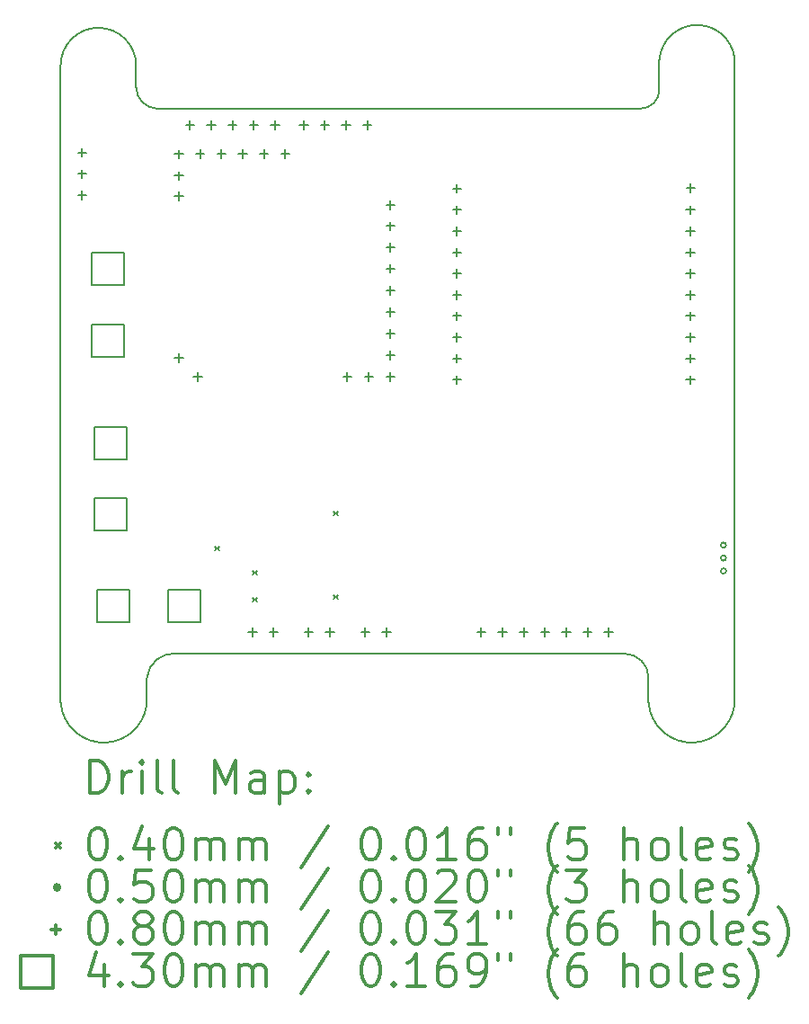
<source format=gbr>
%FSLAX45Y45*%
G04 Gerber Fmt 4.5, Leading zero omitted, Abs format (unit mm)*
G04 Created by KiCad (PCBNEW 5.0.0-rc3-unknown-3e22e5c~65~ubuntu16.04.1) date Thu Jul 12 16:40:39 2018*
%MOMM*%
%LPD*%
G01*
G04 APERTURE LIST*
%ADD10C,0.150000*%
%ADD11C,0.200000*%
%ADD12C,0.300000*%
G04 APERTURE END LIST*
D10*
X16179800Y-13030200D02*
G75*
G03X16560800Y-12598400I-25400J406400D01*
G01*
X15748000Y-12420600D02*
X15748000Y-12649200D01*
X15748000Y-12420600D02*
G75*
G03X15519400Y-12192000I-228600J0D01*
G01*
X16560800Y-12598400D02*
X16560800Y-12192000D01*
X15748000Y-12649200D02*
G75*
G03X16179800Y-13030200I406400J25400D01*
G01*
X11303000Y-12192000D02*
X15519400Y-12192000D01*
X11125200Y-7061200D02*
X15671800Y-7061200D01*
X11023600Y-12420600D02*
X11023600Y-12598400D01*
X11303000Y-12192000D02*
G75*
G03X11023600Y-12420600I-25400J-254000D01*
G01*
X15849600Y-6604000D02*
X15849600Y-6883400D01*
X15671800Y-7061200D02*
G75*
G03X15849600Y-6883400I0J177800D01*
G01*
X10922000Y-6654800D02*
X10922000Y-6858000D01*
X10922000Y-6858000D02*
G75*
G03X11125200Y-7061200I203200J0D01*
G01*
X10210800Y-12192000D02*
X10210800Y-12649200D01*
X10210800Y-12649200D02*
G75*
G03X10642600Y-13030200I406400J25400D01*
G01*
X10642600Y-13030200D02*
G75*
G03X11023600Y-12598400I-25400J406400D01*
G01*
X16560800Y-6654800D02*
X16560800Y-7061200D01*
X16230600Y-6273800D02*
G75*
G03X15849600Y-6604000I-25400J-355600D01*
G01*
X16560800Y-6654800D02*
G75*
G03X16230600Y-6273800I-355600J25400D01*
G01*
X10210800Y-6654800D02*
X10210800Y-7061200D01*
X10922000Y-6654800D02*
G75*
G03X10566400Y-6299200I-355600J0D01*
G01*
X10566400Y-6299200D02*
G75*
G03X10210800Y-6654800I0J-355600D01*
G01*
X10210800Y-7061200D02*
X10210800Y-12192000D01*
X16560800Y-12192000D02*
X16560800Y-7061200D01*
D11*
X11664000Y-11181400D02*
X11704000Y-11221400D01*
X11704000Y-11181400D02*
X11664000Y-11221400D01*
X12019600Y-11410000D02*
X12059600Y-11450000D01*
X12059600Y-11410000D02*
X12019600Y-11450000D01*
X12019600Y-11664000D02*
X12059600Y-11704000D01*
X12059600Y-11664000D02*
X12019600Y-11704000D01*
X12781600Y-10851200D02*
X12821600Y-10891200D01*
X12821600Y-10851200D02*
X12781600Y-10891200D01*
X12781600Y-11638600D02*
X12821600Y-11678600D01*
X12821600Y-11638600D02*
X12781600Y-11678600D01*
X16479120Y-11171240D02*
G75*
G03X16479120Y-11171240I-25000J0D01*
G01*
X16479120Y-11292840D02*
G75*
G03X16479120Y-11292840I-25000J0D01*
G01*
X16479120Y-11414440D02*
G75*
G03X16479120Y-11414440I-25000J0D01*
G01*
X13081000Y-11948800D02*
X13081000Y-12028800D01*
X13041000Y-11988800D02*
X13121000Y-11988800D01*
X13281000Y-11948800D02*
X13281000Y-12028800D01*
X13241000Y-11988800D02*
X13321000Y-11988800D01*
X12500000Y-7173600D02*
X12500000Y-7253600D01*
X12460000Y-7213600D02*
X12540000Y-7213600D01*
X12700000Y-7173600D02*
X12700000Y-7253600D01*
X12660000Y-7213600D02*
X12740000Y-7213600D01*
X12900000Y-7173600D02*
X12900000Y-7253600D01*
X12860000Y-7213600D02*
X12940000Y-7213600D01*
X13100000Y-7173600D02*
X13100000Y-7253600D01*
X13060000Y-7213600D02*
X13140000Y-7213600D01*
X11430000Y-7173600D02*
X11430000Y-7253600D01*
X11390000Y-7213600D02*
X11470000Y-7213600D01*
X11630000Y-7173600D02*
X11630000Y-7253600D01*
X11590000Y-7213600D02*
X11670000Y-7213600D01*
X11830000Y-7173600D02*
X11830000Y-7253600D01*
X11790000Y-7213600D02*
X11870000Y-7213600D01*
X12030000Y-7173600D02*
X12030000Y-7253600D01*
X11990000Y-7213600D02*
X12070000Y-7213600D01*
X12230000Y-7173600D02*
X12230000Y-7253600D01*
X12190000Y-7213600D02*
X12270000Y-7213600D01*
X13943000Y-7973100D02*
X13943000Y-8053100D01*
X13903000Y-8013100D02*
X13983000Y-8013100D01*
X13943000Y-8173100D02*
X13943000Y-8253100D01*
X13903000Y-8213100D02*
X13983000Y-8213100D01*
X13943000Y-8373100D02*
X13943000Y-8453100D01*
X13903000Y-8413100D02*
X13983000Y-8413100D01*
X13943000Y-8573100D02*
X13943000Y-8653100D01*
X13903000Y-8613100D02*
X13983000Y-8613100D01*
X13943000Y-8773100D02*
X13943000Y-8853100D01*
X13903000Y-8813100D02*
X13983000Y-8813100D01*
X13943000Y-8973100D02*
X13943000Y-9053100D01*
X13903000Y-9013100D02*
X13983000Y-9013100D01*
X13943000Y-9173100D02*
X13943000Y-9253100D01*
X13903000Y-9213100D02*
X13983000Y-9213100D01*
X13943000Y-9373100D02*
X13943000Y-9453100D01*
X13903000Y-9413100D02*
X13983000Y-9413100D01*
X13943000Y-9573100D02*
X13943000Y-9653100D01*
X13903000Y-9613100D02*
X13983000Y-9613100D01*
X13944600Y-7773040D02*
X13944600Y-7853040D01*
X13904600Y-7813040D02*
X13984600Y-7813040D01*
X16143000Y-7973100D02*
X16143000Y-8053100D01*
X16103000Y-8013100D02*
X16183000Y-8013100D01*
X16143000Y-8173100D02*
X16143000Y-8253100D01*
X16103000Y-8213100D02*
X16183000Y-8213100D01*
X16143000Y-8373100D02*
X16143000Y-8453100D01*
X16103000Y-8413100D02*
X16183000Y-8413100D01*
X16143000Y-8573100D02*
X16143000Y-8653100D01*
X16103000Y-8613100D02*
X16183000Y-8613100D01*
X16143000Y-8773100D02*
X16143000Y-8853100D01*
X16103000Y-8813100D02*
X16183000Y-8813100D01*
X16143000Y-8973100D02*
X16143000Y-9053100D01*
X16103000Y-9013100D02*
X16183000Y-9013100D01*
X16143000Y-9173100D02*
X16143000Y-9253100D01*
X16103000Y-9213100D02*
X16183000Y-9213100D01*
X16143000Y-9373100D02*
X16143000Y-9453100D01*
X16103000Y-9413100D02*
X16183000Y-9413100D01*
X16143000Y-9573100D02*
X16143000Y-9653100D01*
X16103000Y-9613100D02*
X16183000Y-9613100D01*
X16144240Y-7767960D02*
X16144240Y-7847960D01*
X16104240Y-7807960D02*
X16184240Y-7807960D01*
X11323320Y-7447920D02*
X11323320Y-7527920D01*
X11283320Y-7487920D02*
X11363320Y-7487920D01*
X11323320Y-7651120D02*
X11323320Y-7731120D01*
X11283320Y-7691120D02*
X11363320Y-7691120D01*
X11323320Y-7841620D02*
X11323320Y-7921620D01*
X11283320Y-7881620D02*
X11363320Y-7881620D01*
X11323320Y-9365620D02*
X11323320Y-9445620D01*
X11283320Y-9405620D02*
X11363320Y-9405620D01*
X11501120Y-9543420D02*
X11501120Y-9623420D01*
X11461120Y-9583420D02*
X11541120Y-9583420D01*
X11525920Y-7446320D02*
X11525920Y-7526320D01*
X11485920Y-7486320D02*
X11565920Y-7486320D01*
X11725920Y-7446320D02*
X11725920Y-7526320D01*
X11685920Y-7486320D02*
X11765920Y-7486320D01*
X11925920Y-7446320D02*
X11925920Y-7526320D01*
X11885920Y-7486320D02*
X11965920Y-7486320D01*
X12125920Y-7446320D02*
X12125920Y-7526320D01*
X12085920Y-7486320D02*
X12165920Y-7486320D01*
X12325920Y-7446320D02*
X12325920Y-7526320D01*
X12285920Y-7486320D02*
X12365920Y-7486320D01*
X12910820Y-9543420D02*
X12910820Y-9623420D01*
X12870820Y-9583420D02*
X12950820Y-9583420D01*
X13114020Y-9543420D02*
X13114020Y-9623420D01*
X13074020Y-9583420D02*
X13154020Y-9583420D01*
X13317048Y-7926720D02*
X13317048Y-8006720D01*
X13277048Y-7966720D02*
X13357048Y-7966720D01*
X13317048Y-8126720D02*
X13317048Y-8206720D01*
X13277048Y-8166720D02*
X13357048Y-8166720D01*
X13317048Y-8326720D02*
X13317048Y-8406720D01*
X13277048Y-8366720D02*
X13357048Y-8366720D01*
X13317048Y-8526720D02*
X13317048Y-8606720D01*
X13277048Y-8566720D02*
X13357048Y-8566720D01*
X13317220Y-8730620D02*
X13317220Y-8810620D01*
X13277220Y-8770620D02*
X13357220Y-8770620D01*
X13317220Y-8933820D02*
X13317220Y-9013820D01*
X13277220Y-8973820D02*
X13357220Y-8973820D01*
X13317220Y-9137020D02*
X13317220Y-9217020D01*
X13277220Y-9177020D02*
X13357220Y-9177020D01*
X13317220Y-9340220D02*
X13317220Y-9420220D01*
X13277220Y-9380220D02*
X13357220Y-9380220D01*
X13317220Y-9543420D02*
X13317220Y-9623420D01*
X13277220Y-9583420D02*
X13357220Y-9583420D01*
X10414000Y-7434000D02*
X10414000Y-7514000D01*
X10374000Y-7474000D02*
X10454000Y-7474000D01*
X10414000Y-7634000D02*
X10414000Y-7714000D01*
X10374000Y-7674000D02*
X10454000Y-7674000D01*
X10414000Y-7834000D02*
X10414000Y-7914000D01*
X10374000Y-7874000D02*
X10454000Y-7874000D01*
X12017400Y-11948800D02*
X12017400Y-12028800D01*
X11977400Y-11988800D02*
X12057400Y-11988800D01*
X12217400Y-11948800D02*
X12217400Y-12028800D01*
X12177400Y-11988800D02*
X12257400Y-11988800D01*
X12547600Y-11948800D02*
X12547600Y-12028800D01*
X12507600Y-11988800D02*
X12587600Y-11988800D01*
X12747600Y-11948800D02*
X12747600Y-12028800D01*
X12707600Y-11988800D02*
X12787600Y-11988800D01*
X14173200Y-11948800D02*
X14173200Y-12028800D01*
X14133200Y-11988800D02*
X14213200Y-11988800D01*
X14373200Y-11948800D02*
X14373200Y-12028800D01*
X14333200Y-11988800D02*
X14413200Y-11988800D01*
X14573200Y-11948800D02*
X14573200Y-12028800D01*
X14533200Y-11988800D02*
X14613200Y-11988800D01*
X14773200Y-11948800D02*
X14773200Y-12028800D01*
X14733200Y-11988800D02*
X14813200Y-11988800D01*
X14973200Y-11948800D02*
X14973200Y-12028800D01*
X14933200Y-11988800D02*
X15013200Y-11988800D01*
X15173200Y-11948800D02*
X15173200Y-12028800D01*
X15133200Y-11988800D02*
X15213200Y-11988800D01*
X15373200Y-11948800D02*
X15373200Y-12028800D01*
X15333200Y-11988800D02*
X15413200Y-11988800D01*
X10807329Y-8724529D02*
X10807329Y-8420471D01*
X10503271Y-8420471D01*
X10503271Y-8724529D01*
X10807329Y-8724529D01*
X10807329Y-9397629D02*
X10807329Y-9093571D01*
X10503271Y-9093571D01*
X10503271Y-9397629D01*
X10807329Y-9397629D01*
X10832729Y-10362829D02*
X10832729Y-10058771D01*
X10528671Y-10058771D01*
X10528671Y-10362829D01*
X10832729Y-10362829D01*
X10832729Y-11035929D02*
X10832729Y-10731871D01*
X10528671Y-10731871D01*
X10528671Y-11035929D01*
X10832729Y-11035929D01*
X10858129Y-11899529D02*
X10858129Y-11595471D01*
X10554071Y-11595471D01*
X10554071Y-11899529D01*
X10858129Y-11899529D01*
X11531229Y-11899529D02*
X11531229Y-11595471D01*
X11227171Y-11595471D01*
X11227171Y-11899529D01*
X11531229Y-11899529D01*
D12*
X10489728Y-13504207D02*
X10489728Y-13204207D01*
X10561157Y-13204207D01*
X10604014Y-13218493D01*
X10632586Y-13247064D01*
X10646871Y-13275636D01*
X10661157Y-13332779D01*
X10661157Y-13375636D01*
X10646871Y-13432779D01*
X10632586Y-13461350D01*
X10604014Y-13489922D01*
X10561157Y-13504207D01*
X10489728Y-13504207D01*
X10789728Y-13504207D02*
X10789728Y-13304207D01*
X10789728Y-13361350D02*
X10804014Y-13332779D01*
X10818300Y-13318493D01*
X10846871Y-13304207D01*
X10875443Y-13304207D01*
X10975443Y-13504207D02*
X10975443Y-13304207D01*
X10975443Y-13204207D02*
X10961157Y-13218493D01*
X10975443Y-13232779D01*
X10989728Y-13218493D01*
X10975443Y-13204207D01*
X10975443Y-13232779D01*
X11161157Y-13504207D02*
X11132586Y-13489922D01*
X11118300Y-13461350D01*
X11118300Y-13204207D01*
X11318300Y-13504207D02*
X11289728Y-13489922D01*
X11275443Y-13461350D01*
X11275443Y-13204207D01*
X11661157Y-13504207D02*
X11661157Y-13204207D01*
X11761157Y-13418493D01*
X11861157Y-13204207D01*
X11861157Y-13504207D01*
X12132586Y-13504207D02*
X12132586Y-13347064D01*
X12118300Y-13318493D01*
X12089728Y-13304207D01*
X12032586Y-13304207D01*
X12004014Y-13318493D01*
X12132586Y-13489922D02*
X12104014Y-13504207D01*
X12032586Y-13504207D01*
X12004014Y-13489922D01*
X11989728Y-13461350D01*
X11989728Y-13432779D01*
X12004014Y-13404207D01*
X12032586Y-13389922D01*
X12104014Y-13389922D01*
X12132586Y-13375636D01*
X12275443Y-13304207D02*
X12275443Y-13604207D01*
X12275443Y-13318493D02*
X12304014Y-13304207D01*
X12361157Y-13304207D01*
X12389728Y-13318493D01*
X12404014Y-13332779D01*
X12418300Y-13361350D01*
X12418300Y-13447064D01*
X12404014Y-13475636D01*
X12389728Y-13489922D01*
X12361157Y-13504207D01*
X12304014Y-13504207D01*
X12275443Y-13489922D01*
X12546871Y-13475636D02*
X12561157Y-13489922D01*
X12546871Y-13504207D01*
X12532586Y-13489922D01*
X12546871Y-13475636D01*
X12546871Y-13504207D01*
X12546871Y-13318493D02*
X12561157Y-13332779D01*
X12546871Y-13347064D01*
X12532586Y-13332779D01*
X12546871Y-13318493D01*
X12546871Y-13347064D01*
X10163300Y-13978493D02*
X10203300Y-14018493D01*
X10203300Y-13978493D02*
X10163300Y-14018493D01*
X10546871Y-13834207D02*
X10575443Y-13834207D01*
X10604014Y-13848493D01*
X10618300Y-13862779D01*
X10632586Y-13891350D01*
X10646871Y-13948493D01*
X10646871Y-14019922D01*
X10632586Y-14077064D01*
X10618300Y-14105636D01*
X10604014Y-14119922D01*
X10575443Y-14134207D01*
X10546871Y-14134207D01*
X10518300Y-14119922D01*
X10504014Y-14105636D01*
X10489728Y-14077064D01*
X10475443Y-14019922D01*
X10475443Y-13948493D01*
X10489728Y-13891350D01*
X10504014Y-13862779D01*
X10518300Y-13848493D01*
X10546871Y-13834207D01*
X10775443Y-14105636D02*
X10789728Y-14119922D01*
X10775443Y-14134207D01*
X10761157Y-14119922D01*
X10775443Y-14105636D01*
X10775443Y-14134207D01*
X11046871Y-13934207D02*
X11046871Y-14134207D01*
X10975443Y-13819922D02*
X10904014Y-14034207D01*
X11089728Y-14034207D01*
X11261157Y-13834207D02*
X11289728Y-13834207D01*
X11318300Y-13848493D01*
X11332586Y-13862779D01*
X11346871Y-13891350D01*
X11361157Y-13948493D01*
X11361157Y-14019922D01*
X11346871Y-14077064D01*
X11332586Y-14105636D01*
X11318300Y-14119922D01*
X11289728Y-14134207D01*
X11261157Y-14134207D01*
X11232586Y-14119922D01*
X11218300Y-14105636D01*
X11204014Y-14077064D01*
X11189728Y-14019922D01*
X11189728Y-13948493D01*
X11204014Y-13891350D01*
X11218300Y-13862779D01*
X11232586Y-13848493D01*
X11261157Y-13834207D01*
X11489728Y-14134207D02*
X11489728Y-13934207D01*
X11489728Y-13962779D02*
X11504014Y-13948493D01*
X11532586Y-13934207D01*
X11575443Y-13934207D01*
X11604014Y-13948493D01*
X11618300Y-13977064D01*
X11618300Y-14134207D01*
X11618300Y-13977064D02*
X11632586Y-13948493D01*
X11661157Y-13934207D01*
X11704014Y-13934207D01*
X11732586Y-13948493D01*
X11746871Y-13977064D01*
X11746871Y-14134207D01*
X11889728Y-14134207D02*
X11889728Y-13934207D01*
X11889728Y-13962779D02*
X11904014Y-13948493D01*
X11932586Y-13934207D01*
X11975443Y-13934207D01*
X12004014Y-13948493D01*
X12018300Y-13977064D01*
X12018300Y-14134207D01*
X12018300Y-13977064D02*
X12032586Y-13948493D01*
X12061157Y-13934207D01*
X12104014Y-13934207D01*
X12132586Y-13948493D01*
X12146871Y-13977064D01*
X12146871Y-14134207D01*
X12732586Y-13819922D02*
X12475443Y-14205636D01*
X13118300Y-13834207D02*
X13146871Y-13834207D01*
X13175443Y-13848493D01*
X13189728Y-13862779D01*
X13204014Y-13891350D01*
X13218300Y-13948493D01*
X13218300Y-14019922D01*
X13204014Y-14077064D01*
X13189728Y-14105636D01*
X13175443Y-14119922D01*
X13146871Y-14134207D01*
X13118300Y-14134207D01*
X13089728Y-14119922D01*
X13075443Y-14105636D01*
X13061157Y-14077064D01*
X13046871Y-14019922D01*
X13046871Y-13948493D01*
X13061157Y-13891350D01*
X13075443Y-13862779D01*
X13089728Y-13848493D01*
X13118300Y-13834207D01*
X13346871Y-14105636D02*
X13361157Y-14119922D01*
X13346871Y-14134207D01*
X13332586Y-14119922D01*
X13346871Y-14105636D01*
X13346871Y-14134207D01*
X13546871Y-13834207D02*
X13575443Y-13834207D01*
X13604014Y-13848493D01*
X13618300Y-13862779D01*
X13632586Y-13891350D01*
X13646871Y-13948493D01*
X13646871Y-14019922D01*
X13632586Y-14077064D01*
X13618300Y-14105636D01*
X13604014Y-14119922D01*
X13575443Y-14134207D01*
X13546871Y-14134207D01*
X13518300Y-14119922D01*
X13504014Y-14105636D01*
X13489728Y-14077064D01*
X13475443Y-14019922D01*
X13475443Y-13948493D01*
X13489728Y-13891350D01*
X13504014Y-13862779D01*
X13518300Y-13848493D01*
X13546871Y-13834207D01*
X13932586Y-14134207D02*
X13761157Y-14134207D01*
X13846871Y-14134207D02*
X13846871Y-13834207D01*
X13818300Y-13877064D01*
X13789728Y-13905636D01*
X13761157Y-13919922D01*
X14189728Y-13834207D02*
X14132586Y-13834207D01*
X14104014Y-13848493D01*
X14089728Y-13862779D01*
X14061157Y-13905636D01*
X14046871Y-13962779D01*
X14046871Y-14077064D01*
X14061157Y-14105636D01*
X14075443Y-14119922D01*
X14104014Y-14134207D01*
X14161157Y-14134207D01*
X14189728Y-14119922D01*
X14204014Y-14105636D01*
X14218300Y-14077064D01*
X14218300Y-14005636D01*
X14204014Y-13977064D01*
X14189728Y-13962779D01*
X14161157Y-13948493D01*
X14104014Y-13948493D01*
X14075443Y-13962779D01*
X14061157Y-13977064D01*
X14046871Y-14005636D01*
X14332586Y-13834207D02*
X14332586Y-13891350D01*
X14446871Y-13834207D02*
X14446871Y-13891350D01*
X14889728Y-14248493D02*
X14875443Y-14234207D01*
X14846871Y-14191350D01*
X14832586Y-14162779D01*
X14818300Y-14119922D01*
X14804014Y-14048493D01*
X14804014Y-13991350D01*
X14818300Y-13919922D01*
X14832586Y-13877064D01*
X14846871Y-13848493D01*
X14875443Y-13805636D01*
X14889728Y-13791350D01*
X15146871Y-13834207D02*
X15004014Y-13834207D01*
X14989728Y-13977064D01*
X15004014Y-13962779D01*
X15032586Y-13948493D01*
X15104014Y-13948493D01*
X15132586Y-13962779D01*
X15146871Y-13977064D01*
X15161157Y-14005636D01*
X15161157Y-14077064D01*
X15146871Y-14105636D01*
X15132586Y-14119922D01*
X15104014Y-14134207D01*
X15032586Y-14134207D01*
X15004014Y-14119922D01*
X14989728Y-14105636D01*
X15518300Y-14134207D02*
X15518300Y-13834207D01*
X15646871Y-14134207D02*
X15646871Y-13977064D01*
X15632586Y-13948493D01*
X15604014Y-13934207D01*
X15561157Y-13934207D01*
X15532586Y-13948493D01*
X15518300Y-13962779D01*
X15832586Y-14134207D02*
X15804014Y-14119922D01*
X15789728Y-14105636D01*
X15775443Y-14077064D01*
X15775443Y-13991350D01*
X15789728Y-13962779D01*
X15804014Y-13948493D01*
X15832586Y-13934207D01*
X15875443Y-13934207D01*
X15904014Y-13948493D01*
X15918300Y-13962779D01*
X15932586Y-13991350D01*
X15932586Y-14077064D01*
X15918300Y-14105636D01*
X15904014Y-14119922D01*
X15875443Y-14134207D01*
X15832586Y-14134207D01*
X16104014Y-14134207D02*
X16075443Y-14119922D01*
X16061157Y-14091350D01*
X16061157Y-13834207D01*
X16332586Y-14119922D02*
X16304014Y-14134207D01*
X16246871Y-14134207D01*
X16218300Y-14119922D01*
X16204014Y-14091350D01*
X16204014Y-13977064D01*
X16218300Y-13948493D01*
X16246871Y-13934207D01*
X16304014Y-13934207D01*
X16332586Y-13948493D01*
X16346871Y-13977064D01*
X16346871Y-14005636D01*
X16204014Y-14034207D01*
X16461157Y-14119922D02*
X16489728Y-14134207D01*
X16546871Y-14134207D01*
X16575443Y-14119922D01*
X16589728Y-14091350D01*
X16589728Y-14077064D01*
X16575443Y-14048493D01*
X16546871Y-14034207D01*
X16504014Y-14034207D01*
X16475443Y-14019922D01*
X16461157Y-13991350D01*
X16461157Y-13977064D01*
X16475443Y-13948493D01*
X16504014Y-13934207D01*
X16546871Y-13934207D01*
X16575443Y-13948493D01*
X16689728Y-14248493D02*
X16704014Y-14234207D01*
X16732586Y-14191350D01*
X16746871Y-14162779D01*
X16761157Y-14119922D01*
X16775443Y-14048493D01*
X16775443Y-13991350D01*
X16761157Y-13919922D01*
X16746871Y-13877064D01*
X16732586Y-13848493D01*
X16704014Y-13805636D01*
X16689728Y-13791350D01*
X10203300Y-14394493D02*
G75*
G03X10203300Y-14394493I-25000J0D01*
G01*
X10546871Y-14230207D02*
X10575443Y-14230207D01*
X10604014Y-14244493D01*
X10618300Y-14258779D01*
X10632586Y-14287350D01*
X10646871Y-14344493D01*
X10646871Y-14415922D01*
X10632586Y-14473064D01*
X10618300Y-14501636D01*
X10604014Y-14515922D01*
X10575443Y-14530207D01*
X10546871Y-14530207D01*
X10518300Y-14515922D01*
X10504014Y-14501636D01*
X10489728Y-14473064D01*
X10475443Y-14415922D01*
X10475443Y-14344493D01*
X10489728Y-14287350D01*
X10504014Y-14258779D01*
X10518300Y-14244493D01*
X10546871Y-14230207D01*
X10775443Y-14501636D02*
X10789728Y-14515922D01*
X10775443Y-14530207D01*
X10761157Y-14515922D01*
X10775443Y-14501636D01*
X10775443Y-14530207D01*
X11061157Y-14230207D02*
X10918300Y-14230207D01*
X10904014Y-14373064D01*
X10918300Y-14358779D01*
X10946871Y-14344493D01*
X11018300Y-14344493D01*
X11046871Y-14358779D01*
X11061157Y-14373064D01*
X11075443Y-14401636D01*
X11075443Y-14473064D01*
X11061157Y-14501636D01*
X11046871Y-14515922D01*
X11018300Y-14530207D01*
X10946871Y-14530207D01*
X10918300Y-14515922D01*
X10904014Y-14501636D01*
X11261157Y-14230207D02*
X11289728Y-14230207D01*
X11318300Y-14244493D01*
X11332586Y-14258779D01*
X11346871Y-14287350D01*
X11361157Y-14344493D01*
X11361157Y-14415922D01*
X11346871Y-14473064D01*
X11332586Y-14501636D01*
X11318300Y-14515922D01*
X11289728Y-14530207D01*
X11261157Y-14530207D01*
X11232586Y-14515922D01*
X11218300Y-14501636D01*
X11204014Y-14473064D01*
X11189728Y-14415922D01*
X11189728Y-14344493D01*
X11204014Y-14287350D01*
X11218300Y-14258779D01*
X11232586Y-14244493D01*
X11261157Y-14230207D01*
X11489728Y-14530207D02*
X11489728Y-14330207D01*
X11489728Y-14358779D02*
X11504014Y-14344493D01*
X11532586Y-14330207D01*
X11575443Y-14330207D01*
X11604014Y-14344493D01*
X11618300Y-14373064D01*
X11618300Y-14530207D01*
X11618300Y-14373064D02*
X11632586Y-14344493D01*
X11661157Y-14330207D01*
X11704014Y-14330207D01*
X11732586Y-14344493D01*
X11746871Y-14373064D01*
X11746871Y-14530207D01*
X11889728Y-14530207D02*
X11889728Y-14330207D01*
X11889728Y-14358779D02*
X11904014Y-14344493D01*
X11932586Y-14330207D01*
X11975443Y-14330207D01*
X12004014Y-14344493D01*
X12018300Y-14373064D01*
X12018300Y-14530207D01*
X12018300Y-14373064D02*
X12032586Y-14344493D01*
X12061157Y-14330207D01*
X12104014Y-14330207D01*
X12132586Y-14344493D01*
X12146871Y-14373064D01*
X12146871Y-14530207D01*
X12732586Y-14215922D02*
X12475443Y-14601636D01*
X13118300Y-14230207D02*
X13146871Y-14230207D01*
X13175443Y-14244493D01*
X13189728Y-14258779D01*
X13204014Y-14287350D01*
X13218300Y-14344493D01*
X13218300Y-14415922D01*
X13204014Y-14473064D01*
X13189728Y-14501636D01*
X13175443Y-14515922D01*
X13146871Y-14530207D01*
X13118300Y-14530207D01*
X13089728Y-14515922D01*
X13075443Y-14501636D01*
X13061157Y-14473064D01*
X13046871Y-14415922D01*
X13046871Y-14344493D01*
X13061157Y-14287350D01*
X13075443Y-14258779D01*
X13089728Y-14244493D01*
X13118300Y-14230207D01*
X13346871Y-14501636D02*
X13361157Y-14515922D01*
X13346871Y-14530207D01*
X13332586Y-14515922D01*
X13346871Y-14501636D01*
X13346871Y-14530207D01*
X13546871Y-14230207D02*
X13575443Y-14230207D01*
X13604014Y-14244493D01*
X13618300Y-14258779D01*
X13632586Y-14287350D01*
X13646871Y-14344493D01*
X13646871Y-14415922D01*
X13632586Y-14473064D01*
X13618300Y-14501636D01*
X13604014Y-14515922D01*
X13575443Y-14530207D01*
X13546871Y-14530207D01*
X13518300Y-14515922D01*
X13504014Y-14501636D01*
X13489728Y-14473064D01*
X13475443Y-14415922D01*
X13475443Y-14344493D01*
X13489728Y-14287350D01*
X13504014Y-14258779D01*
X13518300Y-14244493D01*
X13546871Y-14230207D01*
X13761157Y-14258779D02*
X13775443Y-14244493D01*
X13804014Y-14230207D01*
X13875443Y-14230207D01*
X13904014Y-14244493D01*
X13918300Y-14258779D01*
X13932586Y-14287350D01*
X13932586Y-14315922D01*
X13918300Y-14358779D01*
X13746871Y-14530207D01*
X13932586Y-14530207D01*
X14118300Y-14230207D02*
X14146871Y-14230207D01*
X14175443Y-14244493D01*
X14189728Y-14258779D01*
X14204014Y-14287350D01*
X14218300Y-14344493D01*
X14218300Y-14415922D01*
X14204014Y-14473064D01*
X14189728Y-14501636D01*
X14175443Y-14515922D01*
X14146871Y-14530207D01*
X14118300Y-14530207D01*
X14089728Y-14515922D01*
X14075443Y-14501636D01*
X14061157Y-14473064D01*
X14046871Y-14415922D01*
X14046871Y-14344493D01*
X14061157Y-14287350D01*
X14075443Y-14258779D01*
X14089728Y-14244493D01*
X14118300Y-14230207D01*
X14332586Y-14230207D02*
X14332586Y-14287350D01*
X14446871Y-14230207D02*
X14446871Y-14287350D01*
X14889728Y-14644493D02*
X14875443Y-14630207D01*
X14846871Y-14587350D01*
X14832586Y-14558779D01*
X14818300Y-14515922D01*
X14804014Y-14444493D01*
X14804014Y-14387350D01*
X14818300Y-14315922D01*
X14832586Y-14273064D01*
X14846871Y-14244493D01*
X14875443Y-14201636D01*
X14889728Y-14187350D01*
X14975443Y-14230207D02*
X15161157Y-14230207D01*
X15061157Y-14344493D01*
X15104014Y-14344493D01*
X15132586Y-14358779D01*
X15146871Y-14373064D01*
X15161157Y-14401636D01*
X15161157Y-14473064D01*
X15146871Y-14501636D01*
X15132586Y-14515922D01*
X15104014Y-14530207D01*
X15018300Y-14530207D01*
X14989728Y-14515922D01*
X14975443Y-14501636D01*
X15518300Y-14530207D02*
X15518300Y-14230207D01*
X15646871Y-14530207D02*
X15646871Y-14373064D01*
X15632586Y-14344493D01*
X15604014Y-14330207D01*
X15561157Y-14330207D01*
X15532586Y-14344493D01*
X15518300Y-14358779D01*
X15832586Y-14530207D02*
X15804014Y-14515922D01*
X15789728Y-14501636D01*
X15775443Y-14473064D01*
X15775443Y-14387350D01*
X15789728Y-14358779D01*
X15804014Y-14344493D01*
X15832586Y-14330207D01*
X15875443Y-14330207D01*
X15904014Y-14344493D01*
X15918300Y-14358779D01*
X15932586Y-14387350D01*
X15932586Y-14473064D01*
X15918300Y-14501636D01*
X15904014Y-14515922D01*
X15875443Y-14530207D01*
X15832586Y-14530207D01*
X16104014Y-14530207D02*
X16075443Y-14515922D01*
X16061157Y-14487350D01*
X16061157Y-14230207D01*
X16332586Y-14515922D02*
X16304014Y-14530207D01*
X16246871Y-14530207D01*
X16218300Y-14515922D01*
X16204014Y-14487350D01*
X16204014Y-14373064D01*
X16218300Y-14344493D01*
X16246871Y-14330207D01*
X16304014Y-14330207D01*
X16332586Y-14344493D01*
X16346871Y-14373064D01*
X16346871Y-14401636D01*
X16204014Y-14430207D01*
X16461157Y-14515922D02*
X16489728Y-14530207D01*
X16546871Y-14530207D01*
X16575443Y-14515922D01*
X16589728Y-14487350D01*
X16589728Y-14473064D01*
X16575443Y-14444493D01*
X16546871Y-14430207D01*
X16504014Y-14430207D01*
X16475443Y-14415922D01*
X16461157Y-14387350D01*
X16461157Y-14373064D01*
X16475443Y-14344493D01*
X16504014Y-14330207D01*
X16546871Y-14330207D01*
X16575443Y-14344493D01*
X16689728Y-14644493D02*
X16704014Y-14630207D01*
X16732586Y-14587350D01*
X16746871Y-14558779D01*
X16761157Y-14515922D01*
X16775443Y-14444493D01*
X16775443Y-14387350D01*
X16761157Y-14315922D01*
X16746871Y-14273064D01*
X16732586Y-14244493D01*
X16704014Y-14201636D01*
X16689728Y-14187350D01*
X10163300Y-14750493D02*
X10163300Y-14830493D01*
X10123300Y-14790493D02*
X10203300Y-14790493D01*
X10546871Y-14626207D02*
X10575443Y-14626207D01*
X10604014Y-14640493D01*
X10618300Y-14654779D01*
X10632586Y-14683350D01*
X10646871Y-14740493D01*
X10646871Y-14811922D01*
X10632586Y-14869064D01*
X10618300Y-14897636D01*
X10604014Y-14911922D01*
X10575443Y-14926207D01*
X10546871Y-14926207D01*
X10518300Y-14911922D01*
X10504014Y-14897636D01*
X10489728Y-14869064D01*
X10475443Y-14811922D01*
X10475443Y-14740493D01*
X10489728Y-14683350D01*
X10504014Y-14654779D01*
X10518300Y-14640493D01*
X10546871Y-14626207D01*
X10775443Y-14897636D02*
X10789728Y-14911922D01*
X10775443Y-14926207D01*
X10761157Y-14911922D01*
X10775443Y-14897636D01*
X10775443Y-14926207D01*
X10961157Y-14754779D02*
X10932586Y-14740493D01*
X10918300Y-14726207D01*
X10904014Y-14697636D01*
X10904014Y-14683350D01*
X10918300Y-14654779D01*
X10932586Y-14640493D01*
X10961157Y-14626207D01*
X11018300Y-14626207D01*
X11046871Y-14640493D01*
X11061157Y-14654779D01*
X11075443Y-14683350D01*
X11075443Y-14697636D01*
X11061157Y-14726207D01*
X11046871Y-14740493D01*
X11018300Y-14754779D01*
X10961157Y-14754779D01*
X10932586Y-14769064D01*
X10918300Y-14783350D01*
X10904014Y-14811922D01*
X10904014Y-14869064D01*
X10918300Y-14897636D01*
X10932586Y-14911922D01*
X10961157Y-14926207D01*
X11018300Y-14926207D01*
X11046871Y-14911922D01*
X11061157Y-14897636D01*
X11075443Y-14869064D01*
X11075443Y-14811922D01*
X11061157Y-14783350D01*
X11046871Y-14769064D01*
X11018300Y-14754779D01*
X11261157Y-14626207D02*
X11289728Y-14626207D01*
X11318300Y-14640493D01*
X11332586Y-14654779D01*
X11346871Y-14683350D01*
X11361157Y-14740493D01*
X11361157Y-14811922D01*
X11346871Y-14869064D01*
X11332586Y-14897636D01*
X11318300Y-14911922D01*
X11289728Y-14926207D01*
X11261157Y-14926207D01*
X11232586Y-14911922D01*
X11218300Y-14897636D01*
X11204014Y-14869064D01*
X11189728Y-14811922D01*
X11189728Y-14740493D01*
X11204014Y-14683350D01*
X11218300Y-14654779D01*
X11232586Y-14640493D01*
X11261157Y-14626207D01*
X11489728Y-14926207D02*
X11489728Y-14726207D01*
X11489728Y-14754779D02*
X11504014Y-14740493D01*
X11532586Y-14726207D01*
X11575443Y-14726207D01*
X11604014Y-14740493D01*
X11618300Y-14769064D01*
X11618300Y-14926207D01*
X11618300Y-14769064D02*
X11632586Y-14740493D01*
X11661157Y-14726207D01*
X11704014Y-14726207D01*
X11732586Y-14740493D01*
X11746871Y-14769064D01*
X11746871Y-14926207D01*
X11889728Y-14926207D02*
X11889728Y-14726207D01*
X11889728Y-14754779D02*
X11904014Y-14740493D01*
X11932586Y-14726207D01*
X11975443Y-14726207D01*
X12004014Y-14740493D01*
X12018300Y-14769064D01*
X12018300Y-14926207D01*
X12018300Y-14769064D02*
X12032586Y-14740493D01*
X12061157Y-14726207D01*
X12104014Y-14726207D01*
X12132586Y-14740493D01*
X12146871Y-14769064D01*
X12146871Y-14926207D01*
X12732586Y-14611922D02*
X12475443Y-14997636D01*
X13118300Y-14626207D02*
X13146871Y-14626207D01*
X13175443Y-14640493D01*
X13189728Y-14654779D01*
X13204014Y-14683350D01*
X13218300Y-14740493D01*
X13218300Y-14811922D01*
X13204014Y-14869064D01*
X13189728Y-14897636D01*
X13175443Y-14911922D01*
X13146871Y-14926207D01*
X13118300Y-14926207D01*
X13089728Y-14911922D01*
X13075443Y-14897636D01*
X13061157Y-14869064D01*
X13046871Y-14811922D01*
X13046871Y-14740493D01*
X13061157Y-14683350D01*
X13075443Y-14654779D01*
X13089728Y-14640493D01*
X13118300Y-14626207D01*
X13346871Y-14897636D02*
X13361157Y-14911922D01*
X13346871Y-14926207D01*
X13332586Y-14911922D01*
X13346871Y-14897636D01*
X13346871Y-14926207D01*
X13546871Y-14626207D02*
X13575443Y-14626207D01*
X13604014Y-14640493D01*
X13618300Y-14654779D01*
X13632586Y-14683350D01*
X13646871Y-14740493D01*
X13646871Y-14811922D01*
X13632586Y-14869064D01*
X13618300Y-14897636D01*
X13604014Y-14911922D01*
X13575443Y-14926207D01*
X13546871Y-14926207D01*
X13518300Y-14911922D01*
X13504014Y-14897636D01*
X13489728Y-14869064D01*
X13475443Y-14811922D01*
X13475443Y-14740493D01*
X13489728Y-14683350D01*
X13504014Y-14654779D01*
X13518300Y-14640493D01*
X13546871Y-14626207D01*
X13746871Y-14626207D02*
X13932586Y-14626207D01*
X13832586Y-14740493D01*
X13875443Y-14740493D01*
X13904014Y-14754779D01*
X13918300Y-14769064D01*
X13932586Y-14797636D01*
X13932586Y-14869064D01*
X13918300Y-14897636D01*
X13904014Y-14911922D01*
X13875443Y-14926207D01*
X13789728Y-14926207D01*
X13761157Y-14911922D01*
X13746871Y-14897636D01*
X14218300Y-14926207D02*
X14046871Y-14926207D01*
X14132586Y-14926207D02*
X14132586Y-14626207D01*
X14104014Y-14669064D01*
X14075443Y-14697636D01*
X14046871Y-14711922D01*
X14332586Y-14626207D02*
X14332586Y-14683350D01*
X14446871Y-14626207D02*
X14446871Y-14683350D01*
X14889728Y-15040493D02*
X14875443Y-15026207D01*
X14846871Y-14983350D01*
X14832586Y-14954779D01*
X14818300Y-14911922D01*
X14804014Y-14840493D01*
X14804014Y-14783350D01*
X14818300Y-14711922D01*
X14832586Y-14669064D01*
X14846871Y-14640493D01*
X14875443Y-14597636D01*
X14889728Y-14583350D01*
X15132586Y-14626207D02*
X15075443Y-14626207D01*
X15046871Y-14640493D01*
X15032586Y-14654779D01*
X15004014Y-14697636D01*
X14989728Y-14754779D01*
X14989728Y-14869064D01*
X15004014Y-14897636D01*
X15018300Y-14911922D01*
X15046871Y-14926207D01*
X15104014Y-14926207D01*
X15132586Y-14911922D01*
X15146871Y-14897636D01*
X15161157Y-14869064D01*
X15161157Y-14797636D01*
X15146871Y-14769064D01*
X15132586Y-14754779D01*
X15104014Y-14740493D01*
X15046871Y-14740493D01*
X15018300Y-14754779D01*
X15004014Y-14769064D01*
X14989728Y-14797636D01*
X15418300Y-14626207D02*
X15361157Y-14626207D01*
X15332586Y-14640493D01*
X15318300Y-14654779D01*
X15289728Y-14697636D01*
X15275443Y-14754779D01*
X15275443Y-14869064D01*
X15289728Y-14897636D01*
X15304014Y-14911922D01*
X15332586Y-14926207D01*
X15389728Y-14926207D01*
X15418300Y-14911922D01*
X15432586Y-14897636D01*
X15446871Y-14869064D01*
X15446871Y-14797636D01*
X15432586Y-14769064D01*
X15418300Y-14754779D01*
X15389728Y-14740493D01*
X15332586Y-14740493D01*
X15304014Y-14754779D01*
X15289728Y-14769064D01*
X15275443Y-14797636D01*
X15804014Y-14926207D02*
X15804014Y-14626207D01*
X15932586Y-14926207D02*
X15932586Y-14769064D01*
X15918300Y-14740493D01*
X15889728Y-14726207D01*
X15846871Y-14726207D01*
X15818300Y-14740493D01*
X15804014Y-14754779D01*
X16118300Y-14926207D02*
X16089728Y-14911922D01*
X16075443Y-14897636D01*
X16061157Y-14869064D01*
X16061157Y-14783350D01*
X16075443Y-14754779D01*
X16089728Y-14740493D01*
X16118300Y-14726207D01*
X16161157Y-14726207D01*
X16189728Y-14740493D01*
X16204014Y-14754779D01*
X16218300Y-14783350D01*
X16218300Y-14869064D01*
X16204014Y-14897636D01*
X16189728Y-14911922D01*
X16161157Y-14926207D01*
X16118300Y-14926207D01*
X16389728Y-14926207D02*
X16361157Y-14911922D01*
X16346871Y-14883350D01*
X16346871Y-14626207D01*
X16618300Y-14911922D02*
X16589728Y-14926207D01*
X16532586Y-14926207D01*
X16504014Y-14911922D01*
X16489728Y-14883350D01*
X16489728Y-14769064D01*
X16504014Y-14740493D01*
X16532586Y-14726207D01*
X16589728Y-14726207D01*
X16618300Y-14740493D01*
X16632586Y-14769064D01*
X16632586Y-14797636D01*
X16489728Y-14826207D01*
X16746871Y-14911922D02*
X16775443Y-14926207D01*
X16832586Y-14926207D01*
X16861157Y-14911922D01*
X16875443Y-14883350D01*
X16875443Y-14869064D01*
X16861157Y-14840493D01*
X16832586Y-14826207D01*
X16789728Y-14826207D01*
X16761157Y-14811922D01*
X16746871Y-14783350D01*
X16746871Y-14769064D01*
X16761157Y-14740493D01*
X16789728Y-14726207D01*
X16832586Y-14726207D01*
X16861157Y-14740493D01*
X16975443Y-15040493D02*
X16989728Y-15026207D01*
X17018300Y-14983350D01*
X17032586Y-14954779D01*
X17046871Y-14911922D01*
X17061157Y-14840493D01*
X17061157Y-14783350D01*
X17046871Y-14711922D01*
X17032586Y-14669064D01*
X17018300Y-14640493D01*
X16989728Y-14597636D01*
X16975443Y-14583350D01*
X10140329Y-15338522D02*
X10140329Y-15034464D01*
X9836271Y-15034464D01*
X9836271Y-15338522D01*
X10140329Y-15338522D01*
X10618300Y-15122207D02*
X10618300Y-15322207D01*
X10546871Y-15007922D02*
X10475443Y-15222207D01*
X10661157Y-15222207D01*
X10775443Y-15293636D02*
X10789728Y-15307922D01*
X10775443Y-15322207D01*
X10761157Y-15307922D01*
X10775443Y-15293636D01*
X10775443Y-15322207D01*
X10889728Y-15022207D02*
X11075443Y-15022207D01*
X10975443Y-15136493D01*
X11018300Y-15136493D01*
X11046871Y-15150779D01*
X11061157Y-15165064D01*
X11075443Y-15193636D01*
X11075443Y-15265064D01*
X11061157Y-15293636D01*
X11046871Y-15307922D01*
X11018300Y-15322207D01*
X10932586Y-15322207D01*
X10904014Y-15307922D01*
X10889728Y-15293636D01*
X11261157Y-15022207D02*
X11289728Y-15022207D01*
X11318300Y-15036493D01*
X11332586Y-15050779D01*
X11346871Y-15079350D01*
X11361157Y-15136493D01*
X11361157Y-15207922D01*
X11346871Y-15265064D01*
X11332586Y-15293636D01*
X11318300Y-15307922D01*
X11289728Y-15322207D01*
X11261157Y-15322207D01*
X11232586Y-15307922D01*
X11218300Y-15293636D01*
X11204014Y-15265064D01*
X11189728Y-15207922D01*
X11189728Y-15136493D01*
X11204014Y-15079350D01*
X11218300Y-15050779D01*
X11232586Y-15036493D01*
X11261157Y-15022207D01*
X11489728Y-15322207D02*
X11489728Y-15122207D01*
X11489728Y-15150779D02*
X11504014Y-15136493D01*
X11532586Y-15122207D01*
X11575443Y-15122207D01*
X11604014Y-15136493D01*
X11618300Y-15165064D01*
X11618300Y-15322207D01*
X11618300Y-15165064D02*
X11632586Y-15136493D01*
X11661157Y-15122207D01*
X11704014Y-15122207D01*
X11732586Y-15136493D01*
X11746871Y-15165064D01*
X11746871Y-15322207D01*
X11889728Y-15322207D02*
X11889728Y-15122207D01*
X11889728Y-15150779D02*
X11904014Y-15136493D01*
X11932586Y-15122207D01*
X11975443Y-15122207D01*
X12004014Y-15136493D01*
X12018300Y-15165064D01*
X12018300Y-15322207D01*
X12018300Y-15165064D02*
X12032586Y-15136493D01*
X12061157Y-15122207D01*
X12104014Y-15122207D01*
X12132586Y-15136493D01*
X12146871Y-15165064D01*
X12146871Y-15322207D01*
X12732586Y-15007922D02*
X12475443Y-15393636D01*
X13118300Y-15022207D02*
X13146871Y-15022207D01*
X13175443Y-15036493D01*
X13189728Y-15050779D01*
X13204014Y-15079350D01*
X13218300Y-15136493D01*
X13218300Y-15207922D01*
X13204014Y-15265064D01*
X13189728Y-15293636D01*
X13175443Y-15307922D01*
X13146871Y-15322207D01*
X13118300Y-15322207D01*
X13089728Y-15307922D01*
X13075443Y-15293636D01*
X13061157Y-15265064D01*
X13046871Y-15207922D01*
X13046871Y-15136493D01*
X13061157Y-15079350D01*
X13075443Y-15050779D01*
X13089728Y-15036493D01*
X13118300Y-15022207D01*
X13346871Y-15293636D02*
X13361157Y-15307922D01*
X13346871Y-15322207D01*
X13332586Y-15307922D01*
X13346871Y-15293636D01*
X13346871Y-15322207D01*
X13646871Y-15322207D02*
X13475443Y-15322207D01*
X13561157Y-15322207D02*
X13561157Y-15022207D01*
X13532586Y-15065064D01*
X13504014Y-15093636D01*
X13475443Y-15107922D01*
X13904014Y-15022207D02*
X13846871Y-15022207D01*
X13818300Y-15036493D01*
X13804014Y-15050779D01*
X13775443Y-15093636D01*
X13761157Y-15150779D01*
X13761157Y-15265064D01*
X13775443Y-15293636D01*
X13789728Y-15307922D01*
X13818300Y-15322207D01*
X13875443Y-15322207D01*
X13904014Y-15307922D01*
X13918300Y-15293636D01*
X13932586Y-15265064D01*
X13932586Y-15193636D01*
X13918300Y-15165064D01*
X13904014Y-15150779D01*
X13875443Y-15136493D01*
X13818300Y-15136493D01*
X13789728Y-15150779D01*
X13775443Y-15165064D01*
X13761157Y-15193636D01*
X14075443Y-15322207D02*
X14132586Y-15322207D01*
X14161157Y-15307922D01*
X14175443Y-15293636D01*
X14204014Y-15250779D01*
X14218300Y-15193636D01*
X14218300Y-15079350D01*
X14204014Y-15050779D01*
X14189728Y-15036493D01*
X14161157Y-15022207D01*
X14104014Y-15022207D01*
X14075443Y-15036493D01*
X14061157Y-15050779D01*
X14046871Y-15079350D01*
X14046871Y-15150779D01*
X14061157Y-15179350D01*
X14075443Y-15193636D01*
X14104014Y-15207922D01*
X14161157Y-15207922D01*
X14189728Y-15193636D01*
X14204014Y-15179350D01*
X14218300Y-15150779D01*
X14332586Y-15022207D02*
X14332586Y-15079350D01*
X14446871Y-15022207D02*
X14446871Y-15079350D01*
X14889728Y-15436493D02*
X14875443Y-15422207D01*
X14846871Y-15379350D01*
X14832586Y-15350779D01*
X14818300Y-15307922D01*
X14804014Y-15236493D01*
X14804014Y-15179350D01*
X14818300Y-15107922D01*
X14832586Y-15065064D01*
X14846871Y-15036493D01*
X14875443Y-14993636D01*
X14889728Y-14979350D01*
X15132586Y-15022207D02*
X15075443Y-15022207D01*
X15046871Y-15036493D01*
X15032586Y-15050779D01*
X15004014Y-15093636D01*
X14989728Y-15150779D01*
X14989728Y-15265064D01*
X15004014Y-15293636D01*
X15018300Y-15307922D01*
X15046871Y-15322207D01*
X15104014Y-15322207D01*
X15132586Y-15307922D01*
X15146871Y-15293636D01*
X15161157Y-15265064D01*
X15161157Y-15193636D01*
X15146871Y-15165064D01*
X15132586Y-15150779D01*
X15104014Y-15136493D01*
X15046871Y-15136493D01*
X15018300Y-15150779D01*
X15004014Y-15165064D01*
X14989728Y-15193636D01*
X15518300Y-15322207D02*
X15518300Y-15022207D01*
X15646871Y-15322207D02*
X15646871Y-15165064D01*
X15632586Y-15136493D01*
X15604014Y-15122207D01*
X15561157Y-15122207D01*
X15532586Y-15136493D01*
X15518300Y-15150779D01*
X15832586Y-15322207D02*
X15804014Y-15307922D01*
X15789728Y-15293636D01*
X15775443Y-15265064D01*
X15775443Y-15179350D01*
X15789728Y-15150779D01*
X15804014Y-15136493D01*
X15832586Y-15122207D01*
X15875443Y-15122207D01*
X15904014Y-15136493D01*
X15918300Y-15150779D01*
X15932586Y-15179350D01*
X15932586Y-15265064D01*
X15918300Y-15293636D01*
X15904014Y-15307922D01*
X15875443Y-15322207D01*
X15832586Y-15322207D01*
X16104014Y-15322207D02*
X16075443Y-15307922D01*
X16061157Y-15279350D01*
X16061157Y-15022207D01*
X16332586Y-15307922D02*
X16304014Y-15322207D01*
X16246871Y-15322207D01*
X16218300Y-15307922D01*
X16204014Y-15279350D01*
X16204014Y-15165064D01*
X16218300Y-15136493D01*
X16246871Y-15122207D01*
X16304014Y-15122207D01*
X16332586Y-15136493D01*
X16346871Y-15165064D01*
X16346871Y-15193636D01*
X16204014Y-15222207D01*
X16461157Y-15307922D02*
X16489728Y-15322207D01*
X16546871Y-15322207D01*
X16575443Y-15307922D01*
X16589728Y-15279350D01*
X16589728Y-15265064D01*
X16575443Y-15236493D01*
X16546871Y-15222207D01*
X16504014Y-15222207D01*
X16475443Y-15207922D01*
X16461157Y-15179350D01*
X16461157Y-15165064D01*
X16475443Y-15136493D01*
X16504014Y-15122207D01*
X16546871Y-15122207D01*
X16575443Y-15136493D01*
X16689728Y-15436493D02*
X16704014Y-15422207D01*
X16732586Y-15379350D01*
X16746871Y-15350779D01*
X16761157Y-15307922D01*
X16775443Y-15236493D01*
X16775443Y-15179350D01*
X16761157Y-15107922D01*
X16746871Y-15065064D01*
X16732586Y-15036493D01*
X16704014Y-14993636D01*
X16689728Y-14979350D01*
M02*

</source>
